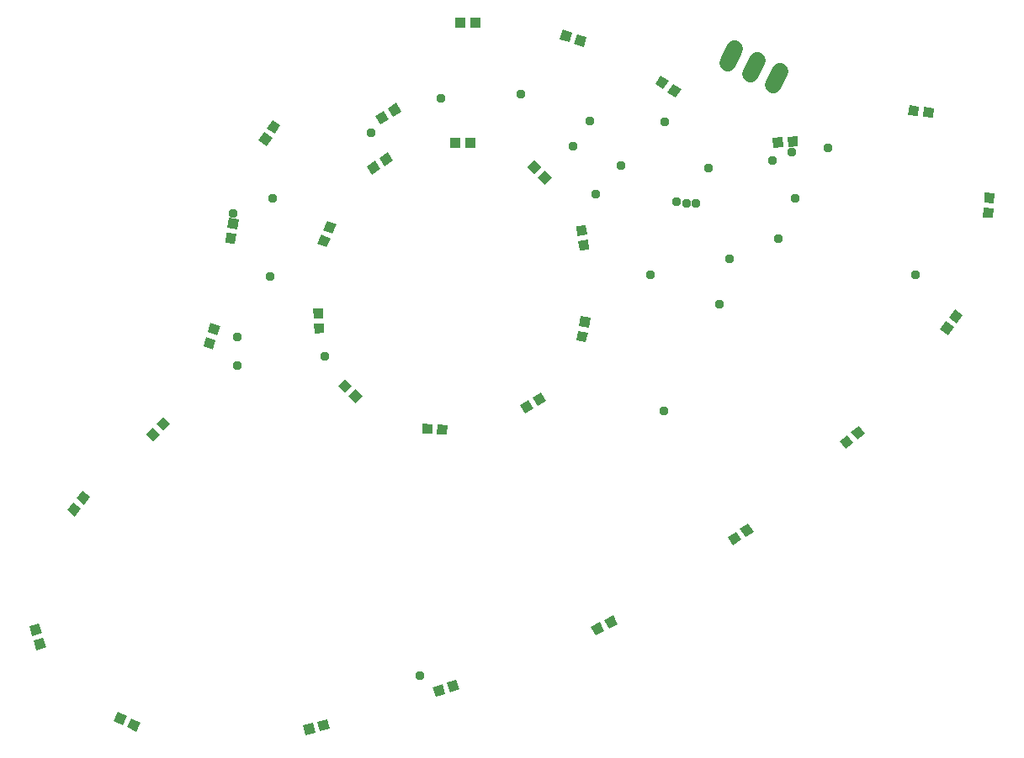
<source format=gbr>
G04 EAGLE Gerber RS-274X export*
G75*
%MOMM*%
%FSLAX34Y34*%
%LPD*%
%INSoldermask Top*%
%IPPOS*%
%AMOC8*
5,1,8,0,0,1.08239X$1,22.5*%
G01*
%ADD10R,1.003200X1.003200*%
%ADD11R,1.003200X1.003200*%
%ADD12C,1.727200*%
%ADD13C,0.959600*%


D10*
X456554Y859546D03*
X441554Y859546D03*
D11*
G36*
X370352Y836136D02*
X364859Y844529D01*
X373252Y850022D01*
X378745Y841629D01*
X370352Y836136D01*
G37*
G36*
X357800Y827922D02*
X352307Y836315D01*
X360700Y841808D01*
X366193Y833415D01*
X357800Y827922D01*
G37*
G36*
X423012Y566086D02*
X423590Y576100D01*
X433604Y575522D01*
X433026Y565508D01*
X423012Y566086D01*
G37*
G36*
X408036Y566950D02*
X408614Y576964D01*
X418628Y576386D01*
X418050Y566372D01*
X408036Y566950D01*
G37*
G36*
X333967Y604520D02*
X340974Y611699D01*
X348153Y604692D01*
X341146Y597513D01*
X333967Y604520D01*
G37*
G36*
X323231Y614996D02*
X330238Y622175D01*
X337417Y615168D01*
X330410Y607989D01*
X323231Y614996D01*
G37*
G36*
X317594Y768133D02*
X308354Y772037D01*
X312258Y781277D01*
X321498Y777373D01*
X317594Y768133D01*
G37*
G36*
X311758Y754315D02*
X302518Y758219D01*
X306422Y767459D01*
X315662Y763555D01*
X311758Y754315D01*
G37*
G36*
X308689Y683018D02*
X298673Y682458D01*
X298113Y692474D01*
X308129Y693034D01*
X308689Y683018D01*
G37*
G36*
X309527Y668042D02*
X299511Y667482D01*
X298951Y677498D01*
X308967Y678058D01*
X309527Y668042D01*
G37*
G36*
X248809Y870283D02*
X257125Y864673D01*
X251515Y856357D01*
X243199Y861967D01*
X248809Y870283D01*
G37*
G36*
X257197Y882719D02*
X265513Y877109D01*
X259903Y868793D01*
X251587Y874403D01*
X257197Y882719D01*
G37*
G36*
X190664Y664045D02*
X200246Y661079D01*
X197280Y651497D01*
X187698Y654463D01*
X190664Y664045D01*
G37*
G36*
X195100Y678375D02*
X204682Y675409D01*
X201716Y665827D01*
X192134Y668793D01*
X195100Y678375D01*
G37*
G36*
X656317Y921936D02*
X650635Y913670D01*
X642369Y919352D01*
X648051Y927618D01*
X656317Y921936D01*
G37*
G36*
X668679Y913440D02*
X662997Y905174D01*
X654731Y910856D01*
X660413Y919122D01*
X668679Y913440D01*
G37*
G36*
X770705Y865345D02*
X771196Y855326D01*
X761177Y854835D01*
X760686Y864854D01*
X770705Y865345D01*
G37*
G36*
X785687Y866077D02*
X786178Y856058D01*
X776159Y855567D01*
X775668Y865586D01*
X785687Y866077D01*
G37*
G36*
X136947Y573068D02*
X144175Y566112D01*
X137219Y558884D01*
X129991Y565840D01*
X136947Y573068D01*
G37*
G36*
X147349Y583876D02*
X154577Y576920D01*
X147621Y569692D01*
X140393Y576648D01*
X147349Y583876D01*
G37*
G36*
X67920Y495004D02*
X60026Y501194D01*
X66216Y509088D01*
X74110Y502898D01*
X67920Y495004D01*
G37*
G36*
X58664Y483200D02*
X50770Y489390D01*
X56960Y497284D01*
X64854Y491094D01*
X58664Y483200D01*
G37*
G36*
X524083Y594320D02*
X518962Y602945D01*
X527587Y608066D01*
X532708Y599441D01*
X524083Y594320D01*
G37*
G36*
X511185Y586662D02*
X506064Y595287D01*
X514689Y600408D01*
X519810Y591783D01*
X511185Y586662D01*
G37*
G36*
X575625Y673384D02*
X565768Y675247D01*
X567631Y685104D01*
X577488Y683241D01*
X575625Y673384D01*
G37*
G36*
X572841Y658644D02*
X562984Y660507D01*
X564847Y670364D01*
X574704Y668501D01*
X572841Y658644D01*
G37*
G36*
X17016Y358182D02*
X26639Y361015D01*
X29472Y351392D01*
X19849Y348559D01*
X17016Y358182D01*
G37*
G36*
X12780Y372572D02*
X22403Y375405D01*
X25236Y365782D01*
X15613Y362949D01*
X12780Y372572D01*
G37*
G36*
X111007Y270940D02*
X115374Y279971D01*
X124405Y275604D01*
X120038Y266573D01*
X111007Y270940D01*
G37*
G36*
X97503Y277468D02*
X101870Y286499D01*
X110901Y282132D01*
X106534Y273101D01*
X97503Y277468D01*
G37*
G36*
X524596Y824820D02*
X531652Y831950D01*
X538782Y824894D01*
X531726Y817764D01*
X524596Y824820D01*
G37*
G36*
X513934Y835370D02*
X520990Y842500D01*
X528120Y835444D01*
X521064Y828314D01*
X513934Y835370D01*
G37*
G36*
X564898Y760829D02*
X574836Y762191D01*
X576198Y752253D01*
X566260Y750891D01*
X564898Y760829D01*
G37*
G36*
X562862Y775691D02*
X572800Y777053D01*
X574162Y767115D01*
X564224Y765753D01*
X562862Y775691D01*
G37*
G36*
X378454Y886148D02*
X373318Y894764D01*
X381934Y899900D01*
X387070Y891284D01*
X378454Y886148D01*
G37*
G36*
X365570Y878468D02*
X360434Y887084D01*
X369050Y892220D01*
X374186Y883604D01*
X365570Y878468D01*
G37*
D10*
X461516Y980756D03*
X446516Y980756D03*
D11*
G36*
X733339Y462447D02*
X727817Y470821D01*
X736191Y476343D01*
X741713Y467969D01*
X733339Y462447D01*
G37*
G36*
X720817Y454189D02*
X715295Y462563D01*
X723669Y468085D01*
X729191Y459711D01*
X720817Y454189D01*
G37*
G36*
X595811Y370077D02*
X591319Y379047D01*
X600289Y383539D01*
X604781Y374569D01*
X595811Y370077D01*
G37*
G36*
X582399Y363361D02*
X577907Y372331D01*
X586877Y376823D01*
X591369Y367853D01*
X582399Y363361D01*
G37*
G36*
X428260Y314145D02*
X431510Y304655D01*
X422020Y301405D01*
X418770Y310895D01*
X428260Y314145D01*
G37*
G36*
X442452Y319003D02*
X445702Y309513D01*
X436212Y306263D01*
X432962Y315753D01*
X442452Y319003D01*
G37*
G36*
X297923Y275327D02*
X300401Y265607D01*
X290681Y263129D01*
X288203Y272849D01*
X297923Y275327D01*
G37*
G36*
X312459Y279031D02*
X314937Y269311D01*
X305217Y266833D01*
X302739Y276553D01*
X312459Y279031D01*
G37*
G36*
X946140Y677868D02*
X938087Y683849D01*
X944068Y691902D01*
X952121Y685921D01*
X946140Y677868D01*
G37*
G36*
X937196Y665826D02*
X929143Y671807D01*
X935124Y679860D01*
X943177Y673879D01*
X937196Y665826D01*
G37*
G36*
X845869Y560563D02*
X839624Y568414D01*
X847475Y574659D01*
X853720Y566808D01*
X845869Y560563D01*
G37*
G36*
X834129Y551225D02*
X827884Y559076D01*
X835735Y565321D01*
X841980Y557470D01*
X834129Y551225D01*
G37*
G36*
X908173Y896373D02*
X907003Y886411D01*
X897041Y887581D01*
X898211Y897543D01*
X908173Y896373D01*
G37*
G36*
X923071Y894623D02*
X921901Y884661D01*
X911939Y885831D01*
X913109Y895793D01*
X923071Y894623D01*
G37*
G36*
X983551Y798883D02*
X973542Y799548D01*
X974207Y809557D01*
X984216Y808892D01*
X983551Y798883D01*
G37*
G36*
X982557Y783915D02*
X972548Y784580D01*
X973213Y794589D01*
X983222Y793924D01*
X982557Y783915D01*
G37*
G36*
X221901Y772786D02*
X211966Y774165D01*
X213345Y784100D01*
X223280Y782721D01*
X221901Y772786D01*
G37*
G36*
X219839Y757928D02*
X209904Y759307D01*
X211283Y769242D01*
X221218Y767863D01*
X219839Y757928D01*
G37*
G36*
X559117Y970602D02*
X556151Y961020D01*
X546569Y963986D01*
X549535Y973568D01*
X559117Y970602D01*
G37*
G36*
X573447Y966166D02*
X570481Y956584D01*
X560899Y959550D01*
X563865Y969132D01*
X573447Y966166D01*
G37*
D12*
X761011Y917837D02*
X767811Y931476D01*
X745080Y942809D02*
X738280Y929171D01*
X715549Y940504D02*
X722349Y954143D01*
D13*
X707392Y697232D03*
X405332Y322580D03*
X766290Y762762D03*
X717550Y742612D03*
X255270Y725170D03*
X576580Y881380D03*
X356870Y869950D03*
X426720Y904240D03*
X507238Y908558D03*
X783590Y803910D03*
X816610Y854710D03*
X651510Y589280D03*
X257810Y803910D03*
X904240Y726440D03*
X359250Y834865D03*
X456554Y859546D03*
X413332Y571668D03*
X722243Y461137D03*
X917505Y890227D03*
X978879Y804220D03*
X582899Y807751D03*
X652388Y880748D03*
X760730Y842010D03*
X598050Y376808D03*
X330324Y615082D03*
X303401Y687746D03*
X117706Y273272D03*
X294302Y269228D03*
X439332Y312633D03*
X309090Y760887D03*
X428308Y570814D03*
X446516Y980756D03*
X380194Y893024D03*
X521027Y835407D03*
X258550Y875756D03*
X570548Y756541D03*
X215561Y763585D03*
X67068Y502046D03*
X371802Y843079D03*
X846672Y567611D03*
X936160Y672843D03*
X217366Y788386D03*
X367310Y885344D03*
X461516Y980756D03*
X552843Y967294D03*
X608330Y836930D03*
X147485Y576784D03*
X560070Y855980D03*
X217623Y778443D03*
X531689Y824857D03*
X649343Y920644D03*
X780923Y860822D03*
X567173Y962858D03*
X902607Y891977D03*
X977885Y789252D03*
X637540Y726830D03*
X308838Y272932D03*
X425140Y307775D03*
X23244Y354787D03*
X222250Y664094D03*
X584638Y370092D03*
X734765Y469395D03*
X945104Y684885D03*
X834932Y558273D03*
X765941Y860090D03*
X661705Y912148D03*
X779874Y850115D03*
X310231Y644834D03*
X222250Y635000D03*
X664210Y800100D03*
X673806Y798830D03*
X683402Y798830D03*
X695867Y834012D03*
M02*

</source>
